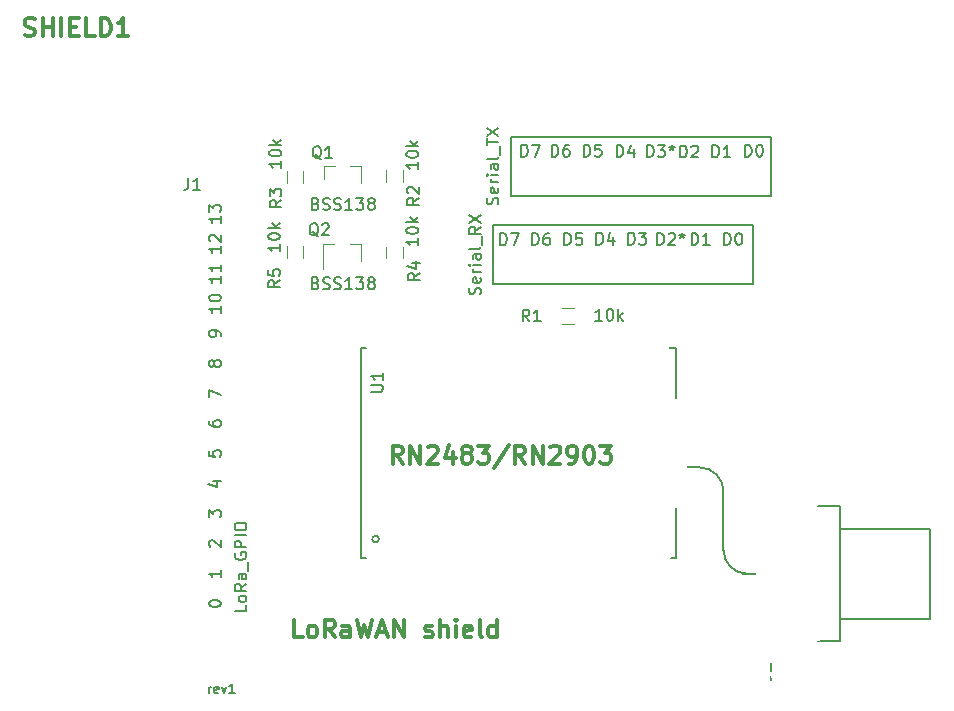
<source format=gto>
%TF.GenerationSoftware,KiCad,Pcbnew,4.0.6-e0-6349~53~ubuntu16.04.1*%
%TF.CreationDate,2017-06-06T11:27:21+01:00*%
%TF.ProjectId,RN2483shield,524E32343833736869656C642E6B6963,rev?*%
%TF.FileFunction,Legend,Top*%
%FSLAX46Y46*%
G04 Gerber Fmt 4.6, Leading zero omitted, Abs format (unit mm)*
G04 Created by KiCad (PCBNEW 4.0.6-e0-6349~53~ubuntu16.04.1) date Tue Jun  6 11:27:21 2017*
%MOMM*%
%LPD*%
G01*
G04 APERTURE LIST*
%ADD10C,0.100000*%
%ADD11C,0.150000*%
%ADD12C,0.300000*%
%ADD13C,0.200000*%
%ADD14C,0.120000*%
%ADD15C,0.304800*%
%ADD16R,1.416000X1.924000*%
%ADD17R,1.924000X1.416000*%
%ADD18R,2.400000X1.400000*%
%ADD19R,2.150000X2.050000*%
%ADD20C,2.150000*%
%ADD21R,1.200000X1.300000*%
%ADD22R,1.600000X1.300000*%
%ADD23R,1.300000X1.600000*%
%ADD24O,1.924000X2.940000*%
%ADD25C,3.575000*%
%ADD26C,1.400000*%
%ADD27R,5.480000X2.686000*%
%ADD28C,1.924000*%
G04 APERTURE END LIST*
D10*
D11*
X165423986Y-104108205D02*
X165423986Y-103574871D01*
X165423986Y-103727252D02*
X165462081Y-103651062D01*
X165500177Y-103612967D01*
X165576367Y-103574871D01*
X165652558Y-103574871D01*
X166223986Y-104070110D02*
X166147796Y-104108205D01*
X165995415Y-104108205D01*
X165919224Y-104070110D01*
X165881129Y-103993919D01*
X165881129Y-103689157D01*
X165919224Y-103612967D01*
X165995415Y-103574871D01*
X166147796Y-103574871D01*
X166223986Y-103612967D01*
X166262081Y-103689157D01*
X166262081Y-103765348D01*
X165881129Y-103841538D01*
X166528748Y-103574871D02*
X166719224Y-104108205D01*
X166909700Y-103574871D01*
X167633510Y-104108205D02*
X167176367Y-104108205D01*
X167404938Y-104108205D02*
X167404938Y-103308205D01*
X167328748Y-103422490D01*
X167252557Y-103498681D01*
X167176367Y-103536776D01*
D12*
X173371857Y-99382971D02*
X172657571Y-99382971D01*
X172657571Y-97882971D01*
X174086143Y-99382971D02*
X173943285Y-99311543D01*
X173871857Y-99240114D01*
X173800428Y-99097257D01*
X173800428Y-98668686D01*
X173871857Y-98525829D01*
X173943285Y-98454400D01*
X174086143Y-98382971D01*
X174300428Y-98382971D01*
X174443285Y-98454400D01*
X174514714Y-98525829D01*
X174586143Y-98668686D01*
X174586143Y-99097257D01*
X174514714Y-99240114D01*
X174443285Y-99311543D01*
X174300428Y-99382971D01*
X174086143Y-99382971D01*
X176086143Y-99382971D02*
X175586143Y-98668686D01*
X175229000Y-99382971D02*
X175229000Y-97882971D01*
X175800428Y-97882971D01*
X175943286Y-97954400D01*
X176014714Y-98025829D01*
X176086143Y-98168686D01*
X176086143Y-98382971D01*
X176014714Y-98525829D01*
X175943286Y-98597257D01*
X175800428Y-98668686D01*
X175229000Y-98668686D01*
X177371857Y-99382971D02*
X177371857Y-98597257D01*
X177300428Y-98454400D01*
X177157571Y-98382971D01*
X176871857Y-98382971D01*
X176729000Y-98454400D01*
X177371857Y-99311543D02*
X177229000Y-99382971D01*
X176871857Y-99382971D01*
X176729000Y-99311543D01*
X176657571Y-99168686D01*
X176657571Y-99025829D01*
X176729000Y-98882971D01*
X176871857Y-98811543D01*
X177229000Y-98811543D01*
X177371857Y-98740114D01*
X177943286Y-97882971D02*
X178300429Y-99382971D01*
X178586143Y-98311543D01*
X178871857Y-99382971D01*
X179229000Y-97882971D01*
X179729000Y-98954400D02*
X180443286Y-98954400D01*
X179586143Y-99382971D02*
X180086143Y-97882971D01*
X180586143Y-99382971D01*
X181086143Y-99382971D02*
X181086143Y-97882971D01*
X181943286Y-99382971D01*
X181943286Y-97882971D01*
X183729000Y-99311543D02*
X183871857Y-99382971D01*
X184157572Y-99382971D01*
X184300429Y-99311543D01*
X184371857Y-99168686D01*
X184371857Y-99097257D01*
X184300429Y-98954400D01*
X184157572Y-98882971D01*
X183943286Y-98882971D01*
X183800429Y-98811543D01*
X183729000Y-98668686D01*
X183729000Y-98597257D01*
X183800429Y-98454400D01*
X183943286Y-98382971D01*
X184157572Y-98382971D01*
X184300429Y-98454400D01*
X185014715Y-99382971D02*
X185014715Y-97882971D01*
X185657572Y-99382971D02*
X185657572Y-98597257D01*
X185586143Y-98454400D01*
X185443286Y-98382971D01*
X185229001Y-98382971D01*
X185086143Y-98454400D01*
X185014715Y-98525829D01*
X186371858Y-99382971D02*
X186371858Y-98382971D01*
X186371858Y-97882971D02*
X186300429Y-97954400D01*
X186371858Y-98025829D01*
X186443286Y-97954400D01*
X186371858Y-97882971D01*
X186371858Y-98025829D01*
X187657572Y-99311543D02*
X187514715Y-99382971D01*
X187229001Y-99382971D01*
X187086144Y-99311543D01*
X187014715Y-99168686D01*
X187014715Y-98597257D01*
X187086144Y-98454400D01*
X187229001Y-98382971D01*
X187514715Y-98382971D01*
X187657572Y-98454400D01*
X187729001Y-98597257D01*
X187729001Y-98740114D01*
X187014715Y-98882971D01*
X188586144Y-99382971D02*
X188443286Y-99311543D01*
X188371858Y-99168686D01*
X188371858Y-97882971D01*
X189800429Y-99382971D02*
X189800429Y-97882971D01*
X189800429Y-99311543D02*
X189657572Y-99382971D01*
X189371858Y-99382971D01*
X189229000Y-99311543D01*
X189157572Y-99240114D01*
X189086143Y-99097257D01*
X189086143Y-98668686D01*
X189157572Y-98525829D01*
X189229000Y-98454400D01*
X189371858Y-98382971D01*
X189657572Y-98382971D01*
X189800429Y-98454400D01*
X181838059Y-84663671D02*
X181338059Y-83949386D01*
X180980916Y-84663671D02*
X180980916Y-83163671D01*
X181552344Y-83163671D01*
X181695202Y-83235100D01*
X181766630Y-83306529D01*
X181838059Y-83449386D01*
X181838059Y-83663671D01*
X181766630Y-83806529D01*
X181695202Y-83877957D01*
X181552344Y-83949386D01*
X180980916Y-83949386D01*
X182480916Y-84663671D02*
X182480916Y-83163671D01*
X183338059Y-84663671D01*
X183338059Y-83163671D01*
X183980916Y-83306529D02*
X184052345Y-83235100D01*
X184195202Y-83163671D01*
X184552345Y-83163671D01*
X184695202Y-83235100D01*
X184766631Y-83306529D01*
X184838059Y-83449386D01*
X184838059Y-83592243D01*
X184766631Y-83806529D01*
X183909488Y-84663671D01*
X184838059Y-84663671D01*
X186123773Y-83663671D02*
X186123773Y-84663671D01*
X185766630Y-83092243D02*
X185409487Y-84163671D01*
X186338059Y-84163671D01*
X187123773Y-83806529D02*
X186980915Y-83735100D01*
X186909487Y-83663671D01*
X186838058Y-83520814D01*
X186838058Y-83449386D01*
X186909487Y-83306529D01*
X186980915Y-83235100D01*
X187123773Y-83163671D01*
X187409487Y-83163671D01*
X187552344Y-83235100D01*
X187623773Y-83306529D01*
X187695201Y-83449386D01*
X187695201Y-83520814D01*
X187623773Y-83663671D01*
X187552344Y-83735100D01*
X187409487Y-83806529D01*
X187123773Y-83806529D01*
X186980915Y-83877957D01*
X186909487Y-83949386D01*
X186838058Y-84092243D01*
X186838058Y-84377957D01*
X186909487Y-84520814D01*
X186980915Y-84592243D01*
X187123773Y-84663671D01*
X187409487Y-84663671D01*
X187552344Y-84592243D01*
X187623773Y-84520814D01*
X187695201Y-84377957D01*
X187695201Y-84092243D01*
X187623773Y-83949386D01*
X187552344Y-83877957D01*
X187409487Y-83806529D01*
X188195201Y-83163671D02*
X189123772Y-83163671D01*
X188623772Y-83735100D01*
X188838058Y-83735100D01*
X188980915Y-83806529D01*
X189052344Y-83877957D01*
X189123772Y-84020814D01*
X189123772Y-84377957D01*
X189052344Y-84520814D01*
X188980915Y-84592243D01*
X188838058Y-84663671D01*
X188409486Y-84663671D01*
X188266629Y-84592243D01*
X188195201Y-84520814D01*
X190838057Y-83092243D02*
X189552343Y-85020814D01*
X192195201Y-84663671D02*
X191695201Y-83949386D01*
X191338058Y-84663671D02*
X191338058Y-83163671D01*
X191909486Y-83163671D01*
X192052344Y-83235100D01*
X192123772Y-83306529D01*
X192195201Y-83449386D01*
X192195201Y-83663671D01*
X192123772Y-83806529D01*
X192052344Y-83877957D01*
X191909486Y-83949386D01*
X191338058Y-83949386D01*
X192838058Y-84663671D02*
X192838058Y-83163671D01*
X193695201Y-84663671D01*
X193695201Y-83163671D01*
X194338058Y-83306529D02*
X194409487Y-83235100D01*
X194552344Y-83163671D01*
X194909487Y-83163671D01*
X195052344Y-83235100D01*
X195123773Y-83306529D01*
X195195201Y-83449386D01*
X195195201Y-83592243D01*
X195123773Y-83806529D01*
X194266630Y-84663671D01*
X195195201Y-84663671D01*
X195909486Y-84663671D02*
X196195201Y-84663671D01*
X196338058Y-84592243D01*
X196409486Y-84520814D01*
X196552344Y-84306529D01*
X196623772Y-84020814D01*
X196623772Y-83449386D01*
X196552344Y-83306529D01*
X196480915Y-83235100D01*
X196338058Y-83163671D01*
X196052344Y-83163671D01*
X195909486Y-83235100D01*
X195838058Y-83306529D01*
X195766629Y-83449386D01*
X195766629Y-83806529D01*
X195838058Y-83949386D01*
X195909486Y-84020814D01*
X196052344Y-84092243D01*
X196338058Y-84092243D01*
X196480915Y-84020814D01*
X196552344Y-83949386D01*
X196623772Y-83806529D01*
X197552343Y-83163671D02*
X197695200Y-83163671D01*
X197838057Y-83235100D01*
X197909486Y-83306529D01*
X197980915Y-83449386D01*
X198052343Y-83735100D01*
X198052343Y-84092243D01*
X197980915Y-84377957D01*
X197909486Y-84520814D01*
X197838057Y-84592243D01*
X197695200Y-84663671D01*
X197552343Y-84663671D01*
X197409486Y-84592243D01*
X197338057Y-84520814D01*
X197266629Y-84377957D01*
X197195200Y-84092243D01*
X197195200Y-83735100D01*
X197266629Y-83449386D01*
X197338057Y-83306529D01*
X197409486Y-83235100D01*
X197552343Y-83163671D01*
X198552343Y-83163671D02*
X199480914Y-83163671D01*
X198980914Y-83735100D01*
X199195200Y-83735100D01*
X199338057Y-83806529D01*
X199409486Y-83877957D01*
X199480914Y-84020814D01*
X199480914Y-84377957D01*
X199409486Y-84520814D01*
X199338057Y-84592243D01*
X199195200Y-84663671D01*
X198766628Y-84663671D01*
X198623771Y-84592243D01*
X198552343Y-84520814D01*
D13*
X211500000Y-64500000D02*
X189500000Y-64500000D01*
X211500000Y-69500000D02*
X211500000Y-64500000D01*
X189500000Y-69500000D02*
X211500000Y-69500000D01*
X189500000Y-64500000D02*
X189500000Y-69500000D01*
X213000000Y-57000000D02*
X191000000Y-57000000D01*
X213000000Y-62000000D02*
X213000000Y-57000000D01*
X191000000Y-62000000D02*
X213000000Y-62000000D01*
X191000000Y-57000000D02*
X191000000Y-62000000D01*
X189904762Y-62714286D02*
X189952381Y-62571429D01*
X189952381Y-62333333D01*
X189904762Y-62238095D01*
X189857143Y-62190476D01*
X189761905Y-62142857D01*
X189666667Y-62142857D01*
X189571429Y-62190476D01*
X189523810Y-62238095D01*
X189476190Y-62333333D01*
X189428571Y-62523810D01*
X189380952Y-62619048D01*
X189333333Y-62666667D01*
X189238095Y-62714286D01*
X189142857Y-62714286D01*
X189047619Y-62666667D01*
X189000000Y-62619048D01*
X188952381Y-62523810D01*
X188952381Y-62285714D01*
X189000000Y-62142857D01*
X189904762Y-61333333D02*
X189952381Y-61428571D01*
X189952381Y-61619048D01*
X189904762Y-61714286D01*
X189809524Y-61761905D01*
X189428571Y-61761905D01*
X189333333Y-61714286D01*
X189285714Y-61619048D01*
X189285714Y-61428571D01*
X189333333Y-61333333D01*
X189428571Y-61285714D01*
X189523810Y-61285714D01*
X189619048Y-61761905D01*
X189952381Y-60857143D02*
X189285714Y-60857143D01*
X189476190Y-60857143D02*
X189380952Y-60809524D01*
X189333333Y-60761905D01*
X189285714Y-60666667D01*
X189285714Y-60571428D01*
X189952381Y-60238095D02*
X189285714Y-60238095D01*
X188952381Y-60238095D02*
X189000000Y-60285714D01*
X189047619Y-60238095D01*
X189000000Y-60190476D01*
X188952381Y-60238095D01*
X189047619Y-60238095D01*
X189952381Y-59333333D02*
X189428571Y-59333333D01*
X189333333Y-59380952D01*
X189285714Y-59476190D01*
X189285714Y-59666667D01*
X189333333Y-59761905D01*
X189904762Y-59333333D02*
X189952381Y-59428571D01*
X189952381Y-59666667D01*
X189904762Y-59761905D01*
X189809524Y-59809524D01*
X189714286Y-59809524D01*
X189619048Y-59761905D01*
X189571429Y-59666667D01*
X189571429Y-59428571D01*
X189523810Y-59333333D01*
X189952381Y-58714286D02*
X189904762Y-58809524D01*
X189809524Y-58857143D01*
X188952381Y-58857143D01*
X190047619Y-58571428D02*
X190047619Y-57809523D01*
X188952381Y-57714285D02*
X188952381Y-57142856D01*
X189952381Y-57428571D02*
X188952381Y-57428571D01*
X188952381Y-56904761D02*
X189952381Y-56238094D01*
X188952381Y-56238094D02*
X189952381Y-56904761D01*
X188404762Y-70333334D02*
X188452381Y-70190477D01*
X188452381Y-69952381D01*
X188404762Y-69857143D01*
X188357143Y-69809524D01*
X188261905Y-69761905D01*
X188166667Y-69761905D01*
X188071429Y-69809524D01*
X188023810Y-69857143D01*
X187976190Y-69952381D01*
X187928571Y-70142858D01*
X187880952Y-70238096D01*
X187833333Y-70285715D01*
X187738095Y-70333334D01*
X187642857Y-70333334D01*
X187547619Y-70285715D01*
X187500000Y-70238096D01*
X187452381Y-70142858D01*
X187452381Y-69904762D01*
X187500000Y-69761905D01*
X188404762Y-68952381D02*
X188452381Y-69047619D01*
X188452381Y-69238096D01*
X188404762Y-69333334D01*
X188309524Y-69380953D01*
X187928571Y-69380953D01*
X187833333Y-69333334D01*
X187785714Y-69238096D01*
X187785714Y-69047619D01*
X187833333Y-68952381D01*
X187928571Y-68904762D01*
X188023810Y-68904762D01*
X188119048Y-69380953D01*
X188452381Y-68476191D02*
X187785714Y-68476191D01*
X187976190Y-68476191D02*
X187880952Y-68428572D01*
X187833333Y-68380953D01*
X187785714Y-68285715D01*
X187785714Y-68190476D01*
X188452381Y-67857143D02*
X187785714Y-67857143D01*
X187452381Y-67857143D02*
X187500000Y-67904762D01*
X187547619Y-67857143D01*
X187500000Y-67809524D01*
X187452381Y-67857143D01*
X187547619Y-67857143D01*
X188452381Y-66952381D02*
X187928571Y-66952381D01*
X187833333Y-67000000D01*
X187785714Y-67095238D01*
X187785714Y-67285715D01*
X187833333Y-67380953D01*
X188404762Y-66952381D02*
X188452381Y-67047619D01*
X188452381Y-67285715D01*
X188404762Y-67380953D01*
X188309524Y-67428572D01*
X188214286Y-67428572D01*
X188119048Y-67380953D01*
X188071429Y-67285715D01*
X188071429Y-67047619D01*
X188023810Y-66952381D01*
X188452381Y-66333334D02*
X188404762Y-66428572D01*
X188309524Y-66476191D01*
X187452381Y-66476191D01*
X188547619Y-66190476D02*
X188547619Y-65428571D01*
X188452381Y-64619047D02*
X187976190Y-64952381D01*
X188452381Y-65190476D02*
X187452381Y-65190476D01*
X187452381Y-64809523D01*
X187500000Y-64714285D01*
X187547619Y-64666666D01*
X187642857Y-64619047D01*
X187785714Y-64619047D01*
X187880952Y-64666666D01*
X187928571Y-64714285D01*
X187976190Y-64809523D01*
X187976190Y-65190476D01*
X187452381Y-64285714D02*
X188452381Y-63619047D01*
X187452381Y-63619047D02*
X188452381Y-64285714D01*
X207000000Y-85000000D02*
X205000000Y-85000000D01*
X209000000Y-87000000D02*
G75*
G03X207000000Y-85000000I-2000000J0D01*
G01*
X209000000Y-92000000D02*
G75*
G03X211000000Y-94000000I2000000J0D01*
G01*
X209000000Y-87000000D02*
X209000000Y-92000000D01*
D11*
X179833981Y-91064400D02*
G75*
G03X179833981Y-91064400I-283981J0D01*
G01*
X178280000Y-74910000D02*
X178711800Y-74910000D01*
X178280000Y-92690000D02*
X178711800Y-92690000D01*
X204950000Y-92690000D02*
X204518200Y-92690000D01*
X204950000Y-88880000D02*
X204950000Y-88448200D01*
X204950000Y-74910000D02*
X204391200Y-74910000D01*
X204950000Y-78720000D02*
X204950000Y-79151800D01*
X204950000Y-88880000D02*
X204950000Y-92690000D01*
X204950000Y-74910000D02*
X204950000Y-78720000D01*
X178280000Y-74910000D02*
X178280000Y-92690000D01*
D14*
X178330000Y-59465000D02*
X177400000Y-59465000D01*
X175170000Y-59465000D02*
X176100000Y-59465000D01*
X175170000Y-59465000D02*
X175170000Y-61625000D01*
X178330000Y-59465000D02*
X178330000Y-60925000D01*
X178280000Y-66040000D02*
X177350000Y-66040000D01*
X175120000Y-66040000D02*
X176050000Y-66040000D01*
X175120000Y-66040000D02*
X175120000Y-68200000D01*
X178280000Y-66040000D02*
X178280000Y-67500000D01*
X195334000Y-71456000D02*
X196334000Y-71456000D01*
X196334000Y-72816000D02*
X195334000Y-72816000D01*
X181830000Y-59825000D02*
X181830000Y-60825000D01*
X180470000Y-60825000D02*
X180470000Y-59825000D01*
X173430000Y-59925000D02*
X173430000Y-60925000D01*
X172070000Y-60925000D02*
X172070000Y-59925000D01*
X181830000Y-66300000D02*
X181830000Y-67300000D01*
X180470000Y-67300000D02*
X180470000Y-66300000D01*
X173405000Y-66250000D02*
X173405000Y-67250000D01*
X172045000Y-67250000D02*
X172045000Y-66250000D01*
D11*
X211920000Y-94000000D02*
X210650000Y-94000000D01*
X218905000Y-90190000D02*
X226525000Y-90190000D01*
X226525000Y-90190000D02*
X226525000Y-97810000D01*
X226525000Y-97810000D02*
X218905000Y-97810000D01*
X217000000Y-88285000D02*
X218905000Y-88285000D01*
X218905000Y-88285000D02*
X218905000Y-99715000D01*
X218905000Y-99715000D02*
X217000000Y-99715000D01*
X179180181Y-78567505D02*
X179989705Y-78567505D01*
X180084943Y-78519886D01*
X180132562Y-78472267D01*
X180180181Y-78377029D01*
X180180181Y-78186552D01*
X180132562Y-78091314D01*
X180084943Y-78043695D01*
X179989705Y-77996076D01*
X179180181Y-77996076D01*
X180180181Y-76996076D02*
X180180181Y-77567505D01*
X180180181Y-77281791D02*
X179180181Y-77281791D01*
X179323038Y-77377029D01*
X179418276Y-77472267D01*
X179465895Y-77567505D01*
X210811905Y-58677381D02*
X210811905Y-57677381D01*
X211050000Y-57677381D01*
X211192858Y-57725000D01*
X211288096Y-57820238D01*
X211335715Y-57915476D01*
X211383334Y-58105952D01*
X211383334Y-58248810D01*
X211335715Y-58439286D01*
X211288096Y-58534524D01*
X211192858Y-58629762D01*
X211050000Y-58677381D01*
X210811905Y-58677381D01*
X212002381Y-57677381D02*
X212097620Y-57677381D01*
X212192858Y-57725000D01*
X212240477Y-57772619D01*
X212288096Y-57867857D01*
X212335715Y-58058333D01*
X212335715Y-58296429D01*
X212288096Y-58486905D01*
X212240477Y-58582143D01*
X212192858Y-58629762D01*
X212097620Y-58677381D01*
X212002381Y-58677381D01*
X211907143Y-58629762D01*
X211859524Y-58582143D01*
X211811905Y-58486905D01*
X211764286Y-58296429D01*
X211764286Y-58058333D01*
X211811905Y-57867857D01*
X211859524Y-57772619D01*
X211907143Y-57725000D01*
X212002381Y-57677381D01*
X163687167Y-60501281D02*
X163687167Y-61215567D01*
X163639547Y-61358424D01*
X163544309Y-61453662D01*
X163401452Y-61501281D01*
X163306214Y-61501281D01*
X164687167Y-61501281D02*
X164115738Y-61501281D01*
X164401452Y-61501281D02*
X164401452Y-60501281D01*
X164306214Y-60644138D01*
X164210976Y-60739376D01*
X164115738Y-60786995D01*
X168613081Y-96659295D02*
X168613081Y-97135486D01*
X167613081Y-97135486D01*
X168613081Y-96183105D02*
X168565462Y-96278343D01*
X168517843Y-96325962D01*
X168422605Y-96373581D01*
X168136890Y-96373581D01*
X168041652Y-96325962D01*
X167994033Y-96278343D01*
X167946414Y-96183105D01*
X167946414Y-96040247D01*
X167994033Y-95945009D01*
X168041652Y-95897390D01*
X168136890Y-95849771D01*
X168422605Y-95849771D01*
X168517843Y-95897390D01*
X168565462Y-95945009D01*
X168613081Y-96040247D01*
X168613081Y-96183105D01*
X168613081Y-94849771D02*
X168136890Y-95183105D01*
X168613081Y-95421200D02*
X167613081Y-95421200D01*
X167613081Y-95040247D01*
X167660700Y-94945009D01*
X167708319Y-94897390D01*
X167803557Y-94849771D01*
X167946414Y-94849771D01*
X168041652Y-94897390D01*
X168089271Y-94945009D01*
X168136890Y-95040247D01*
X168136890Y-95421200D01*
X168613081Y-93992628D02*
X168089271Y-93992628D01*
X167994033Y-94040247D01*
X167946414Y-94135485D01*
X167946414Y-94325962D01*
X167994033Y-94421200D01*
X168565462Y-93992628D02*
X168613081Y-94087866D01*
X168613081Y-94325962D01*
X168565462Y-94421200D01*
X168470224Y-94468819D01*
X168374986Y-94468819D01*
X168279748Y-94421200D01*
X168232129Y-94325962D01*
X168232129Y-94087866D01*
X168184510Y-93992628D01*
X168708319Y-93754533D02*
X168708319Y-92992628D01*
X167660700Y-92230723D02*
X167613081Y-92325961D01*
X167613081Y-92468818D01*
X167660700Y-92611676D01*
X167755938Y-92706914D01*
X167851176Y-92754533D01*
X168041652Y-92802152D01*
X168184510Y-92802152D01*
X168374986Y-92754533D01*
X168470224Y-92706914D01*
X168565462Y-92611676D01*
X168613081Y-92468818D01*
X168613081Y-92373580D01*
X168565462Y-92230723D01*
X168517843Y-92183104D01*
X168184510Y-92183104D01*
X168184510Y-92373580D01*
X168613081Y-91754533D02*
X167613081Y-91754533D01*
X167613081Y-91373580D01*
X167660700Y-91278342D01*
X167708319Y-91230723D01*
X167803557Y-91183104D01*
X167946414Y-91183104D01*
X168041652Y-91230723D01*
X168089271Y-91278342D01*
X168136890Y-91373580D01*
X168136890Y-91754533D01*
X168613081Y-90754533D02*
X167613081Y-90754533D01*
X167613081Y-90087867D02*
X167613081Y-89897390D01*
X167660700Y-89802152D01*
X167755938Y-89706914D01*
X167946414Y-89659295D01*
X168279748Y-89659295D01*
X168470224Y-89706914D01*
X168565462Y-89802152D01*
X168613081Y-89897390D01*
X168613081Y-90087867D01*
X168565462Y-90183105D01*
X168470224Y-90278343D01*
X168279748Y-90325962D01*
X167946414Y-90325962D01*
X167755938Y-90278343D01*
X167660700Y-90183105D01*
X167613081Y-90087867D01*
X166441381Y-63690476D02*
X166441381Y-64261905D01*
X166441381Y-63976191D02*
X165441381Y-63976191D01*
X165584238Y-64071429D01*
X165679476Y-64166667D01*
X165727095Y-64261905D01*
X165441381Y-63357143D02*
X165441381Y-62738095D01*
X165822333Y-63071429D01*
X165822333Y-62928571D01*
X165869952Y-62833333D01*
X165917571Y-62785714D01*
X166012810Y-62738095D01*
X166250905Y-62738095D01*
X166346143Y-62785714D01*
X166393762Y-62833333D01*
X166441381Y-62928571D01*
X166441381Y-63214286D01*
X166393762Y-63309524D01*
X166346143Y-63357143D01*
X166441381Y-66230476D02*
X166441381Y-66801905D01*
X166441381Y-66516191D02*
X165441381Y-66516191D01*
X165584238Y-66611429D01*
X165679476Y-66706667D01*
X165727095Y-66801905D01*
X165536619Y-65849524D02*
X165489000Y-65801905D01*
X165441381Y-65706667D01*
X165441381Y-65468571D01*
X165489000Y-65373333D01*
X165536619Y-65325714D01*
X165631857Y-65278095D01*
X165727095Y-65278095D01*
X165869952Y-65325714D01*
X166441381Y-65897143D01*
X166441381Y-65278095D01*
X166441381Y-68770476D02*
X166441381Y-69341905D01*
X166441381Y-69056191D02*
X165441381Y-69056191D01*
X165584238Y-69151429D01*
X165679476Y-69246667D01*
X165727095Y-69341905D01*
X166441381Y-67818095D02*
X166441381Y-68389524D01*
X166441381Y-68103810D02*
X165441381Y-68103810D01*
X165584238Y-68199048D01*
X165679476Y-68294286D01*
X165727095Y-68389524D01*
X166441381Y-71310476D02*
X166441381Y-71881905D01*
X166441381Y-71596191D02*
X165441381Y-71596191D01*
X165584238Y-71691429D01*
X165679476Y-71786667D01*
X165727095Y-71881905D01*
X165441381Y-70691429D02*
X165441381Y-70596190D01*
X165489000Y-70500952D01*
X165536619Y-70453333D01*
X165631857Y-70405714D01*
X165822333Y-70358095D01*
X166060429Y-70358095D01*
X166250905Y-70405714D01*
X166346143Y-70453333D01*
X166393762Y-70500952D01*
X166441381Y-70596190D01*
X166441381Y-70691429D01*
X166393762Y-70786667D01*
X166346143Y-70834286D01*
X166250905Y-70881905D01*
X166060429Y-70929524D01*
X165822333Y-70929524D01*
X165631857Y-70881905D01*
X165536619Y-70834286D01*
X165489000Y-70786667D01*
X165441381Y-70691429D01*
X166441381Y-73850476D02*
X166441381Y-73660000D01*
X166393762Y-73564761D01*
X166346143Y-73517142D01*
X166203286Y-73421904D01*
X166012810Y-73374285D01*
X165631857Y-73374285D01*
X165536619Y-73421904D01*
X165489000Y-73469523D01*
X165441381Y-73564761D01*
X165441381Y-73755238D01*
X165489000Y-73850476D01*
X165536619Y-73898095D01*
X165631857Y-73945714D01*
X165869952Y-73945714D01*
X165965190Y-73898095D01*
X166012810Y-73850476D01*
X166060429Y-73755238D01*
X166060429Y-73564761D01*
X166012810Y-73469523D01*
X165965190Y-73421904D01*
X165869952Y-73374285D01*
X165869952Y-76295238D02*
X165822333Y-76390476D01*
X165774714Y-76438095D01*
X165679476Y-76485714D01*
X165631857Y-76485714D01*
X165536619Y-76438095D01*
X165489000Y-76390476D01*
X165441381Y-76295238D01*
X165441381Y-76104761D01*
X165489000Y-76009523D01*
X165536619Y-75961904D01*
X165631857Y-75914285D01*
X165679476Y-75914285D01*
X165774714Y-75961904D01*
X165822333Y-76009523D01*
X165869952Y-76104761D01*
X165869952Y-76295238D01*
X165917571Y-76390476D01*
X165965190Y-76438095D01*
X166060429Y-76485714D01*
X166250905Y-76485714D01*
X166346143Y-76438095D01*
X166393762Y-76390476D01*
X166441381Y-76295238D01*
X166441381Y-76104761D01*
X166393762Y-76009523D01*
X166346143Y-75961904D01*
X166250905Y-75914285D01*
X166060429Y-75914285D01*
X165965190Y-75961904D01*
X165917571Y-76009523D01*
X165869952Y-76104761D01*
X165441381Y-79073333D02*
X165441381Y-78406666D01*
X166441381Y-78835238D01*
X165441381Y-81089523D02*
X165441381Y-81280000D01*
X165489000Y-81375238D01*
X165536619Y-81422857D01*
X165679476Y-81518095D01*
X165869952Y-81565714D01*
X166250905Y-81565714D01*
X166346143Y-81518095D01*
X166393762Y-81470476D01*
X166441381Y-81375238D01*
X166441381Y-81184761D01*
X166393762Y-81089523D01*
X166346143Y-81041904D01*
X166250905Y-80994285D01*
X166012810Y-80994285D01*
X165917571Y-81041904D01*
X165869952Y-81089523D01*
X165822333Y-81184761D01*
X165822333Y-81375238D01*
X165869952Y-81470476D01*
X165917571Y-81518095D01*
X166012810Y-81565714D01*
X165441381Y-83581904D02*
X165441381Y-84058095D01*
X165917571Y-84105714D01*
X165869952Y-84058095D01*
X165822333Y-83962857D01*
X165822333Y-83724761D01*
X165869952Y-83629523D01*
X165917571Y-83581904D01*
X166012810Y-83534285D01*
X166250905Y-83534285D01*
X166346143Y-83581904D01*
X166393762Y-83629523D01*
X166441381Y-83724761D01*
X166441381Y-83962857D01*
X166393762Y-84058095D01*
X166346143Y-84105714D01*
X165774714Y-86169523D02*
X166441381Y-86169523D01*
X165393762Y-86407619D02*
X166108048Y-86645714D01*
X166108048Y-86026666D01*
X165441381Y-89233333D02*
X165441381Y-88614285D01*
X165822333Y-88947619D01*
X165822333Y-88804761D01*
X165869952Y-88709523D01*
X165917571Y-88661904D01*
X166012810Y-88614285D01*
X166250905Y-88614285D01*
X166346143Y-88661904D01*
X166393762Y-88709523D01*
X166441381Y-88804761D01*
X166441381Y-89090476D01*
X166393762Y-89185714D01*
X166346143Y-89233333D01*
X165536619Y-91725714D02*
X165489000Y-91678095D01*
X165441381Y-91582857D01*
X165441381Y-91344761D01*
X165489000Y-91249523D01*
X165536619Y-91201904D01*
X165631857Y-91154285D01*
X165727095Y-91154285D01*
X165869952Y-91201904D01*
X166441381Y-91773333D01*
X166441381Y-91154285D01*
X166441381Y-93694285D02*
X166441381Y-94265714D01*
X166441381Y-93980000D02*
X165441381Y-93980000D01*
X165584238Y-94075238D01*
X165679476Y-94170476D01*
X165727095Y-94265714D01*
X165441381Y-96567619D02*
X165441381Y-96472380D01*
X165489000Y-96377142D01*
X165536619Y-96329523D01*
X165631857Y-96281904D01*
X165822333Y-96234285D01*
X166060429Y-96234285D01*
X166250905Y-96281904D01*
X166346143Y-96329523D01*
X166393762Y-96377142D01*
X166441381Y-96472380D01*
X166441381Y-96567619D01*
X166393762Y-96662857D01*
X166346143Y-96710476D01*
X166250905Y-96758095D01*
X166060429Y-96805714D01*
X165822333Y-96805714D01*
X165631857Y-96758095D01*
X165536619Y-96710476D01*
X165489000Y-96662857D01*
X165441381Y-96567619D01*
X191861905Y-58677381D02*
X191861905Y-57677381D01*
X192100000Y-57677381D01*
X192242858Y-57725000D01*
X192338096Y-57820238D01*
X192385715Y-57915476D01*
X192433334Y-58105952D01*
X192433334Y-58248810D01*
X192385715Y-58439286D01*
X192338096Y-58534524D01*
X192242858Y-58629762D01*
X192100000Y-58677381D01*
X191861905Y-58677381D01*
X192766667Y-57677381D02*
X193433334Y-57677381D01*
X193004762Y-58677381D01*
X194461905Y-58677381D02*
X194461905Y-57677381D01*
X194700000Y-57677381D01*
X194842858Y-57725000D01*
X194938096Y-57820238D01*
X194985715Y-57915476D01*
X195033334Y-58105952D01*
X195033334Y-58248810D01*
X194985715Y-58439286D01*
X194938096Y-58534524D01*
X194842858Y-58629762D01*
X194700000Y-58677381D01*
X194461905Y-58677381D01*
X195890477Y-57677381D02*
X195700000Y-57677381D01*
X195604762Y-57725000D01*
X195557143Y-57772619D01*
X195461905Y-57915476D01*
X195414286Y-58105952D01*
X195414286Y-58486905D01*
X195461905Y-58582143D01*
X195509524Y-58629762D01*
X195604762Y-58677381D01*
X195795239Y-58677381D01*
X195890477Y-58629762D01*
X195938096Y-58582143D01*
X195985715Y-58486905D01*
X195985715Y-58248810D01*
X195938096Y-58153571D01*
X195890477Y-58105952D01*
X195795239Y-58058333D01*
X195604762Y-58058333D01*
X195509524Y-58105952D01*
X195461905Y-58153571D01*
X195414286Y-58248810D01*
X197161905Y-58677381D02*
X197161905Y-57677381D01*
X197400000Y-57677381D01*
X197542858Y-57725000D01*
X197638096Y-57820238D01*
X197685715Y-57915476D01*
X197733334Y-58105952D01*
X197733334Y-58248810D01*
X197685715Y-58439286D01*
X197638096Y-58534524D01*
X197542858Y-58629762D01*
X197400000Y-58677381D01*
X197161905Y-58677381D01*
X198638096Y-57677381D02*
X198161905Y-57677381D01*
X198114286Y-58153571D01*
X198161905Y-58105952D01*
X198257143Y-58058333D01*
X198495239Y-58058333D01*
X198590477Y-58105952D01*
X198638096Y-58153571D01*
X198685715Y-58248810D01*
X198685715Y-58486905D01*
X198638096Y-58582143D01*
X198590477Y-58629762D01*
X198495239Y-58677381D01*
X198257143Y-58677381D01*
X198161905Y-58629762D01*
X198114286Y-58582143D01*
X199961905Y-58702381D02*
X199961905Y-57702381D01*
X200200000Y-57702381D01*
X200342858Y-57750000D01*
X200438096Y-57845238D01*
X200485715Y-57940476D01*
X200533334Y-58130952D01*
X200533334Y-58273810D01*
X200485715Y-58464286D01*
X200438096Y-58559524D01*
X200342858Y-58654762D01*
X200200000Y-58702381D01*
X199961905Y-58702381D01*
X201390477Y-58035714D02*
X201390477Y-58702381D01*
X201152381Y-57654762D02*
X200914286Y-58369048D01*
X201533334Y-58369048D01*
X202530952Y-58702381D02*
X202530952Y-57702381D01*
X202769047Y-57702381D01*
X202911905Y-57750000D01*
X203007143Y-57845238D01*
X203054762Y-57940476D01*
X203102381Y-58130952D01*
X203102381Y-58273810D01*
X203054762Y-58464286D01*
X203007143Y-58559524D01*
X202911905Y-58654762D01*
X202769047Y-58702381D01*
X202530952Y-58702381D01*
X203435714Y-57702381D02*
X204054762Y-57702381D01*
X203721428Y-58083333D01*
X203864286Y-58083333D01*
X203959524Y-58130952D01*
X204007143Y-58178571D01*
X204054762Y-58273810D01*
X204054762Y-58511905D01*
X204007143Y-58607143D01*
X203959524Y-58654762D01*
X203864286Y-58702381D01*
X203578571Y-58702381D01*
X203483333Y-58654762D01*
X203435714Y-58607143D01*
X204626190Y-57702381D02*
X204626190Y-57940476D01*
X204388095Y-57845238D02*
X204626190Y-57940476D01*
X204864286Y-57845238D01*
X204483333Y-58130952D02*
X204626190Y-57940476D01*
X204769048Y-58130952D01*
X205336905Y-58752381D02*
X205336905Y-57752381D01*
X205575000Y-57752381D01*
X205717858Y-57800000D01*
X205813096Y-57895238D01*
X205860715Y-57990476D01*
X205908334Y-58180952D01*
X205908334Y-58323810D01*
X205860715Y-58514286D01*
X205813096Y-58609524D01*
X205717858Y-58704762D01*
X205575000Y-58752381D01*
X205336905Y-58752381D01*
X206289286Y-57847619D02*
X206336905Y-57800000D01*
X206432143Y-57752381D01*
X206670239Y-57752381D01*
X206765477Y-57800000D01*
X206813096Y-57847619D01*
X206860715Y-57942857D01*
X206860715Y-58038095D01*
X206813096Y-58180952D01*
X206241667Y-58752381D01*
X206860715Y-58752381D01*
X208061905Y-58727381D02*
X208061905Y-57727381D01*
X208300000Y-57727381D01*
X208442858Y-57775000D01*
X208538096Y-57870238D01*
X208585715Y-57965476D01*
X208633334Y-58155952D01*
X208633334Y-58298810D01*
X208585715Y-58489286D01*
X208538096Y-58584524D01*
X208442858Y-58679762D01*
X208300000Y-58727381D01*
X208061905Y-58727381D01*
X209585715Y-58727381D02*
X209014286Y-58727381D01*
X209300000Y-58727381D02*
X209300000Y-57727381D01*
X209204762Y-57870238D01*
X209109524Y-57965476D01*
X209014286Y-58013095D01*
X190086905Y-66177381D02*
X190086905Y-65177381D01*
X190325000Y-65177381D01*
X190467858Y-65225000D01*
X190563096Y-65320238D01*
X190610715Y-65415476D01*
X190658334Y-65605952D01*
X190658334Y-65748810D01*
X190610715Y-65939286D01*
X190563096Y-66034524D01*
X190467858Y-66129762D01*
X190325000Y-66177381D01*
X190086905Y-66177381D01*
X190991667Y-65177381D02*
X191658334Y-65177381D01*
X191229762Y-66177381D01*
X192811905Y-66152381D02*
X192811905Y-65152381D01*
X193050000Y-65152381D01*
X193192858Y-65200000D01*
X193288096Y-65295238D01*
X193335715Y-65390476D01*
X193383334Y-65580952D01*
X193383334Y-65723810D01*
X193335715Y-65914286D01*
X193288096Y-66009524D01*
X193192858Y-66104762D01*
X193050000Y-66152381D01*
X192811905Y-66152381D01*
X194240477Y-65152381D02*
X194050000Y-65152381D01*
X193954762Y-65200000D01*
X193907143Y-65247619D01*
X193811905Y-65390476D01*
X193764286Y-65580952D01*
X193764286Y-65961905D01*
X193811905Y-66057143D01*
X193859524Y-66104762D01*
X193954762Y-66152381D01*
X194145239Y-66152381D01*
X194240477Y-66104762D01*
X194288096Y-66057143D01*
X194335715Y-65961905D01*
X194335715Y-65723810D01*
X194288096Y-65628571D01*
X194240477Y-65580952D01*
X194145239Y-65533333D01*
X193954762Y-65533333D01*
X193859524Y-65580952D01*
X193811905Y-65628571D01*
X193764286Y-65723810D01*
X195536905Y-66152381D02*
X195536905Y-65152381D01*
X195775000Y-65152381D01*
X195917858Y-65200000D01*
X196013096Y-65295238D01*
X196060715Y-65390476D01*
X196108334Y-65580952D01*
X196108334Y-65723810D01*
X196060715Y-65914286D01*
X196013096Y-66009524D01*
X195917858Y-66104762D01*
X195775000Y-66152381D01*
X195536905Y-66152381D01*
X197013096Y-65152381D02*
X196536905Y-65152381D01*
X196489286Y-65628571D01*
X196536905Y-65580952D01*
X196632143Y-65533333D01*
X196870239Y-65533333D01*
X196965477Y-65580952D01*
X197013096Y-65628571D01*
X197060715Y-65723810D01*
X197060715Y-65961905D01*
X197013096Y-66057143D01*
X196965477Y-66104762D01*
X196870239Y-66152381D01*
X196632143Y-66152381D01*
X196536905Y-66104762D01*
X196489286Y-66057143D01*
X198236905Y-66127381D02*
X198236905Y-65127381D01*
X198475000Y-65127381D01*
X198617858Y-65175000D01*
X198713096Y-65270238D01*
X198760715Y-65365476D01*
X198808334Y-65555952D01*
X198808334Y-65698810D01*
X198760715Y-65889286D01*
X198713096Y-65984524D01*
X198617858Y-66079762D01*
X198475000Y-66127381D01*
X198236905Y-66127381D01*
X199665477Y-65460714D02*
X199665477Y-66127381D01*
X199427381Y-65079762D02*
X199189286Y-65794048D01*
X199808334Y-65794048D01*
X200936905Y-66127381D02*
X200936905Y-65127381D01*
X201175000Y-65127381D01*
X201317858Y-65175000D01*
X201413096Y-65270238D01*
X201460715Y-65365476D01*
X201508334Y-65555952D01*
X201508334Y-65698810D01*
X201460715Y-65889286D01*
X201413096Y-65984524D01*
X201317858Y-66079762D01*
X201175000Y-66127381D01*
X200936905Y-66127381D01*
X201841667Y-65127381D02*
X202460715Y-65127381D01*
X202127381Y-65508333D01*
X202270239Y-65508333D01*
X202365477Y-65555952D01*
X202413096Y-65603571D01*
X202460715Y-65698810D01*
X202460715Y-65936905D01*
X202413096Y-66032143D01*
X202365477Y-66079762D01*
X202270239Y-66127381D01*
X201984524Y-66127381D01*
X201889286Y-66079762D01*
X201841667Y-66032143D01*
X203405952Y-66152381D02*
X203405952Y-65152381D01*
X203644047Y-65152381D01*
X203786905Y-65200000D01*
X203882143Y-65295238D01*
X203929762Y-65390476D01*
X203977381Y-65580952D01*
X203977381Y-65723810D01*
X203929762Y-65914286D01*
X203882143Y-66009524D01*
X203786905Y-66104762D01*
X203644047Y-66152381D01*
X203405952Y-66152381D01*
X204358333Y-65247619D02*
X204405952Y-65200000D01*
X204501190Y-65152381D01*
X204739286Y-65152381D01*
X204834524Y-65200000D01*
X204882143Y-65247619D01*
X204929762Y-65342857D01*
X204929762Y-65438095D01*
X204882143Y-65580952D01*
X204310714Y-66152381D01*
X204929762Y-66152381D01*
X205501190Y-65152381D02*
X205501190Y-65390476D01*
X205263095Y-65295238D02*
X205501190Y-65390476D01*
X205739286Y-65295238D01*
X205358333Y-65580952D02*
X205501190Y-65390476D01*
X205644048Y-65580952D01*
X206311905Y-66152381D02*
X206311905Y-65152381D01*
X206550000Y-65152381D01*
X206692858Y-65200000D01*
X206788096Y-65295238D01*
X206835715Y-65390476D01*
X206883334Y-65580952D01*
X206883334Y-65723810D01*
X206835715Y-65914286D01*
X206788096Y-66009524D01*
X206692858Y-66104762D01*
X206550000Y-66152381D01*
X206311905Y-66152381D01*
X207835715Y-66152381D02*
X207264286Y-66152381D01*
X207550000Y-66152381D02*
X207550000Y-65152381D01*
X207454762Y-65295238D01*
X207359524Y-65390476D01*
X207264286Y-65438095D01*
X209061905Y-66152381D02*
X209061905Y-65152381D01*
X209300000Y-65152381D01*
X209442858Y-65200000D01*
X209538096Y-65295238D01*
X209585715Y-65390476D01*
X209633334Y-65580952D01*
X209633334Y-65723810D01*
X209585715Y-65914286D01*
X209538096Y-66009524D01*
X209442858Y-66104762D01*
X209300000Y-66152381D01*
X209061905Y-66152381D01*
X210252381Y-65152381D02*
X210347620Y-65152381D01*
X210442858Y-65200000D01*
X210490477Y-65247619D01*
X210538096Y-65342857D01*
X210585715Y-65533333D01*
X210585715Y-65771429D01*
X210538096Y-65961905D01*
X210490477Y-66057143D01*
X210442858Y-66104762D01*
X210347620Y-66152381D01*
X210252381Y-66152381D01*
X210157143Y-66104762D01*
X210109524Y-66057143D01*
X210061905Y-65961905D01*
X210014286Y-65771429D01*
X210014286Y-65533333D01*
X210061905Y-65342857D01*
X210109524Y-65247619D01*
X210157143Y-65200000D01*
X210252381Y-65152381D01*
X174948862Y-58891419D02*
X174853624Y-58843800D01*
X174758386Y-58748562D01*
X174615529Y-58605705D01*
X174520290Y-58558086D01*
X174425052Y-58558086D01*
X174472671Y-58796181D02*
X174377433Y-58748562D01*
X174282195Y-58653324D01*
X174234576Y-58462848D01*
X174234576Y-58129514D01*
X174282195Y-57939038D01*
X174377433Y-57843800D01*
X174472671Y-57796181D01*
X174663148Y-57796181D01*
X174758386Y-57843800D01*
X174853624Y-57939038D01*
X174901243Y-58129514D01*
X174901243Y-58462848D01*
X174853624Y-58653324D01*
X174758386Y-58748562D01*
X174663148Y-58796181D01*
X174472671Y-58796181D01*
X175853624Y-58796181D02*
X175282195Y-58796181D01*
X175567909Y-58796181D02*
X175567909Y-57796181D01*
X175472671Y-57939038D01*
X175377433Y-58034276D01*
X175282195Y-58081895D01*
X174474477Y-62679271D02*
X174617334Y-62726890D01*
X174664953Y-62774510D01*
X174712572Y-62869748D01*
X174712572Y-63012605D01*
X174664953Y-63107843D01*
X174617334Y-63155462D01*
X174522096Y-63203081D01*
X174141143Y-63203081D01*
X174141143Y-62203081D01*
X174474477Y-62203081D01*
X174569715Y-62250700D01*
X174617334Y-62298319D01*
X174664953Y-62393557D01*
X174664953Y-62488795D01*
X174617334Y-62584033D01*
X174569715Y-62631652D01*
X174474477Y-62679271D01*
X174141143Y-62679271D01*
X175093524Y-63155462D02*
X175236381Y-63203081D01*
X175474477Y-63203081D01*
X175569715Y-63155462D01*
X175617334Y-63107843D01*
X175664953Y-63012605D01*
X175664953Y-62917367D01*
X175617334Y-62822129D01*
X175569715Y-62774510D01*
X175474477Y-62726890D01*
X175284000Y-62679271D01*
X175188762Y-62631652D01*
X175141143Y-62584033D01*
X175093524Y-62488795D01*
X175093524Y-62393557D01*
X175141143Y-62298319D01*
X175188762Y-62250700D01*
X175284000Y-62203081D01*
X175522096Y-62203081D01*
X175664953Y-62250700D01*
X176045905Y-63155462D02*
X176188762Y-63203081D01*
X176426858Y-63203081D01*
X176522096Y-63155462D01*
X176569715Y-63107843D01*
X176617334Y-63012605D01*
X176617334Y-62917367D01*
X176569715Y-62822129D01*
X176522096Y-62774510D01*
X176426858Y-62726890D01*
X176236381Y-62679271D01*
X176141143Y-62631652D01*
X176093524Y-62584033D01*
X176045905Y-62488795D01*
X176045905Y-62393557D01*
X176093524Y-62298319D01*
X176141143Y-62250700D01*
X176236381Y-62203081D01*
X176474477Y-62203081D01*
X176617334Y-62250700D01*
X177569715Y-63203081D02*
X176998286Y-63203081D01*
X177284000Y-63203081D02*
X177284000Y-62203081D01*
X177188762Y-62345938D01*
X177093524Y-62441176D01*
X176998286Y-62488795D01*
X177903048Y-62203081D02*
X178522096Y-62203081D01*
X178188762Y-62584033D01*
X178331620Y-62584033D01*
X178426858Y-62631652D01*
X178474477Y-62679271D01*
X178522096Y-62774510D01*
X178522096Y-63012605D01*
X178474477Y-63107843D01*
X178426858Y-63155462D01*
X178331620Y-63203081D01*
X178045905Y-63203081D01*
X177950667Y-63155462D01*
X177903048Y-63107843D01*
X179093524Y-62631652D02*
X178998286Y-62584033D01*
X178950667Y-62536414D01*
X178903048Y-62441176D01*
X178903048Y-62393557D01*
X178950667Y-62298319D01*
X178998286Y-62250700D01*
X179093524Y-62203081D01*
X179284001Y-62203081D01*
X179379239Y-62250700D01*
X179426858Y-62298319D01*
X179474477Y-62393557D01*
X179474477Y-62441176D01*
X179426858Y-62536414D01*
X179379239Y-62584033D01*
X179284001Y-62631652D01*
X179093524Y-62631652D01*
X178998286Y-62679271D01*
X178950667Y-62726890D01*
X178903048Y-62822129D01*
X178903048Y-63012605D01*
X178950667Y-63107843D01*
X178998286Y-63155462D01*
X179093524Y-63203081D01*
X179284001Y-63203081D01*
X179379239Y-63155462D01*
X179426858Y-63107843D01*
X179474477Y-63012605D01*
X179474477Y-62822129D01*
X179426858Y-62726890D01*
X179379239Y-62679271D01*
X179284001Y-62631652D01*
X174694862Y-65431919D02*
X174599624Y-65384300D01*
X174504386Y-65289062D01*
X174361529Y-65146205D01*
X174266290Y-65098586D01*
X174171052Y-65098586D01*
X174218671Y-65336681D02*
X174123433Y-65289062D01*
X174028195Y-65193824D01*
X173980576Y-65003348D01*
X173980576Y-64670014D01*
X174028195Y-64479538D01*
X174123433Y-64384300D01*
X174218671Y-64336681D01*
X174409148Y-64336681D01*
X174504386Y-64384300D01*
X174599624Y-64479538D01*
X174647243Y-64670014D01*
X174647243Y-65003348D01*
X174599624Y-65193824D01*
X174504386Y-65289062D01*
X174409148Y-65336681D01*
X174218671Y-65336681D01*
X175028195Y-64431919D02*
X175075814Y-64384300D01*
X175171052Y-64336681D01*
X175409148Y-64336681D01*
X175504386Y-64384300D01*
X175552005Y-64431919D01*
X175599624Y-64527157D01*
X175599624Y-64622395D01*
X175552005Y-64765252D01*
X174980576Y-65336681D01*
X175599624Y-65336681D01*
X174474477Y-69384871D02*
X174617334Y-69432490D01*
X174664953Y-69480110D01*
X174712572Y-69575348D01*
X174712572Y-69718205D01*
X174664953Y-69813443D01*
X174617334Y-69861062D01*
X174522096Y-69908681D01*
X174141143Y-69908681D01*
X174141143Y-68908681D01*
X174474477Y-68908681D01*
X174569715Y-68956300D01*
X174617334Y-69003919D01*
X174664953Y-69099157D01*
X174664953Y-69194395D01*
X174617334Y-69289633D01*
X174569715Y-69337252D01*
X174474477Y-69384871D01*
X174141143Y-69384871D01*
X175093524Y-69861062D02*
X175236381Y-69908681D01*
X175474477Y-69908681D01*
X175569715Y-69861062D01*
X175617334Y-69813443D01*
X175664953Y-69718205D01*
X175664953Y-69622967D01*
X175617334Y-69527729D01*
X175569715Y-69480110D01*
X175474477Y-69432490D01*
X175284000Y-69384871D01*
X175188762Y-69337252D01*
X175141143Y-69289633D01*
X175093524Y-69194395D01*
X175093524Y-69099157D01*
X175141143Y-69003919D01*
X175188762Y-68956300D01*
X175284000Y-68908681D01*
X175522096Y-68908681D01*
X175664953Y-68956300D01*
X176045905Y-69861062D02*
X176188762Y-69908681D01*
X176426858Y-69908681D01*
X176522096Y-69861062D01*
X176569715Y-69813443D01*
X176617334Y-69718205D01*
X176617334Y-69622967D01*
X176569715Y-69527729D01*
X176522096Y-69480110D01*
X176426858Y-69432490D01*
X176236381Y-69384871D01*
X176141143Y-69337252D01*
X176093524Y-69289633D01*
X176045905Y-69194395D01*
X176045905Y-69099157D01*
X176093524Y-69003919D01*
X176141143Y-68956300D01*
X176236381Y-68908681D01*
X176474477Y-68908681D01*
X176617334Y-68956300D01*
X177569715Y-69908681D02*
X176998286Y-69908681D01*
X177284000Y-69908681D02*
X177284000Y-68908681D01*
X177188762Y-69051538D01*
X177093524Y-69146776D01*
X176998286Y-69194395D01*
X177903048Y-68908681D02*
X178522096Y-68908681D01*
X178188762Y-69289633D01*
X178331620Y-69289633D01*
X178426858Y-69337252D01*
X178474477Y-69384871D01*
X178522096Y-69480110D01*
X178522096Y-69718205D01*
X178474477Y-69813443D01*
X178426858Y-69861062D01*
X178331620Y-69908681D01*
X178045905Y-69908681D01*
X177950667Y-69861062D01*
X177903048Y-69813443D01*
X179093524Y-69337252D02*
X178998286Y-69289633D01*
X178950667Y-69242014D01*
X178903048Y-69146776D01*
X178903048Y-69099157D01*
X178950667Y-69003919D01*
X178998286Y-68956300D01*
X179093524Y-68908681D01*
X179284001Y-68908681D01*
X179379239Y-68956300D01*
X179426858Y-69003919D01*
X179474477Y-69099157D01*
X179474477Y-69146776D01*
X179426858Y-69242014D01*
X179379239Y-69289633D01*
X179284001Y-69337252D01*
X179093524Y-69337252D01*
X178998286Y-69384871D01*
X178950667Y-69432490D01*
X178903048Y-69527729D01*
X178903048Y-69718205D01*
X178950667Y-69813443D01*
X178998286Y-69861062D01*
X179093524Y-69908681D01*
X179284001Y-69908681D01*
X179379239Y-69861062D01*
X179426858Y-69813443D01*
X179474477Y-69718205D01*
X179474477Y-69527729D01*
X179426858Y-69432490D01*
X179379239Y-69384871D01*
X179284001Y-69337252D01*
X192568534Y-72626481D02*
X192235200Y-72150290D01*
X191997105Y-72626481D02*
X191997105Y-71626481D01*
X192378058Y-71626481D01*
X192473296Y-71674100D01*
X192520915Y-71721719D01*
X192568534Y-71816957D01*
X192568534Y-71959814D01*
X192520915Y-72055052D01*
X192473296Y-72102671D01*
X192378058Y-72150290D01*
X191997105Y-72150290D01*
X193520915Y-72626481D02*
X192949486Y-72626481D01*
X193235200Y-72626481D02*
X193235200Y-71626481D01*
X193139962Y-71769338D01*
X193044724Y-71864576D01*
X192949486Y-71912195D01*
X198718562Y-72575681D02*
X198147133Y-72575681D01*
X198432847Y-72575681D02*
X198432847Y-71575681D01*
X198337609Y-71718538D01*
X198242371Y-71813776D01*
X198147133Y-71861395D01*
X199337609Y-71575681D02*
X199432848Y-71575681D01*
X199528086Y-71623300D01*
X199575705Y-71670919D01*
X199623324Y-71766157D01*
X199670943Y-71956633D01*
X199670943Y-72194729D01*
X199623324Y-72385205D01*
X199575705Y-72480443D01*
X199528086Y-72528062D01*
X199432848Y-72575681D01*
X199337609Y-72575681D01*
X199242371Y-72528062D01*
X199194752Y-72480443D01*
X199147133Y-72385205D01*
X199099514Y-72194729D01*
X199099514Y-71956633D01*
X199147133Y-71766157D01*
X199194752Y-71670919D01*
X199242371Y-71623300D01*
X199337609Y-71575681D01*
X200099514Y-72575681D02*
X200099514Y-71575681D01*
X200194752Y-72194729D02*
X200480467Y-72575681D01*
X200480467Y-71909014D02*
X200099514Y-72289967D01*
X183202381Y-62166666D02*
X182726190Y-62500000D01*
X183202381Y-62738095D02*
X182202381Y-62738095D01*
X182202381Y-62357142D01*
X182250000Y-62261904D01*
X182297619Y-62214285D01*
X182392857Y-62166666D01*
X182535714Y-62166666D01*
X182630952Y-62214285D01*
X182678571Y-62261904D01*
X182726190Y-62357142D01*
X182726190Y-62738095D01*
X182297619Y-61785714D02*
X182250000Y-61738095D01*
X182202381Y-61642857D01*
X182202381Y-61404761D01*
X182250000Y-61309523D01*
X182297619Y-61261904D01*
X182392857Y-61214285D01*
X182488095Y-61214285D01*
X182630952Y-61261904D01*
X183202381Y-61833333D01*
X183202381Y-61214285D01*
X183154581Y-59142238D02*
X183154581Y-59713667D01*
X183154581Y-59427953D02*
X182154581Y-59427953D01*
X182297438Y-59523191D01*
X182392676Y-59618429D01*
X182440295Y-59713667D01*
X182154581Y-58523191D02*
X182154581Y-58427952D01*
X182202200Y-58332714D01*
X182249819Y-58285095D01*
X182345057Y-58237476D01*
X182535533Y-58189857D01*
X182773629Y-58189857D01*
X182964105Y-58237476D01*
X183059343Y-58285095D01*
X183106962Y-58332714D01*
X183154581Y-58427952D01*
X183154581Y-58523191D01*
X183106962Y-58618429D01*
X183059343Y-58666048D01*
X182964105Y-58713667D01*
X182773629Y-58761286D01*
X182535533Y-58761286D01*
X182345057Y-58713667D01*
X182249819Y-58666048D01*
X182202200Y-58618429D01*
X182154581Y-58523191D01*
X183154581Y-57761286D02*
X182154581Y-57761286D01*
X182773629Y-57666048D02*
X183154581Y-57380333D01*
X182487914Y-57380333D02*
X182868867Y-57761286D01*
X171577381Y-62366666D02*
X171101190Y-62700000D01*
X171577381Y-62938095D02*
X170577381Y-62938095D01*
X170577381Y-62557142D01*
X170625000Y-62461904D01*
X170672619Y-62414285D01*
X170767857Y-62366666D01*
X170910714Y-62366666D01*
X171005952Y-62414285D01*
X171053571Y-62461904D01*
X171101190Y-62557142D01*
X171101190Y-62938095D01*
X170577381Y-62033333D02*
X170577381Y-61414285D01*
X170958333Y-61747619D01*
X170958333Y-61604761D01*
X171005952Y-61509523D01*
X171053571Y-61461904D01*
X171148810Y-61414285D01*
X171386905Y-61414285D01*
X171482143Y-61461904D01*
X171529762Y-61509523D01*
X171577381Y-61604761D01*
X171577381Y-61890476D01*
X171529762Y-61985714D01*
X171482143Y-62033333D01*
X171552381Y-59045238D02*
X171552381Y-59616667D01*
X171552381Y-59330953D02*
X170552381Y-59330953D01*
X170695238Y-59426191D01*
X170790476Y-59521429D01*
X170838095Y-59616667D01*
X170552381Y-58426191D02*
X170552381Y-58330952D01*
X170600000Y-58235714D01*
X170647619Y-58188095D01*
X170742857Y-58140476D01*
X170933333Y-58092857D01*
X171171429Y-58092857D01*
X171361905Y-58140476D01*
X171457143Y-58188095D01*
X171504762Y-58235714D01*
X171552381Y-58330952D01*
X171552381Y-58426191D01*
X171504762Y-58521429D01*
X171457143Y-58569048D01*
X171361905Y-58616667D01*
X171171429Y-58664286D01*
X170933333Y-58664286D01*
X170742857Y-58616667D01*
X170647619Y-58569048D01*
X170600000Y-58521429D01*
X170552381Y-58426191D01*
X171552381Y-57664286D02*
X170552381Y-57664286D01*
X171171429Y-57569048D02*
X171552381Y-57283333D01*
X170885714Y-57283333D02*
X171266667Y-57664286D01*
X183281581Y-68543466D02*
X182805390Y-68876800D01*
X183281581Y-69114895D02*
X182281581Y-69114895D01*
X182281581Y-68733942D01*
X182329200Y-68638704D01*
X182376819Y-68591085D01*
X182472057Y-68543466D01*
X182614914Y-68543466D01*
X182710152Y-68591085D01*
X182757771Y-68638704D01*
X182805390Y-68733942D01*
X182805390Y-69114895D01*
X182614914Y-67686323D02*
X183281581Y-67686323D01*
X182233962Y-67924419D02*
X182948248Y-68162514D01*
X182948248Y-67543466D01*
X183152381Y-65595238D02*
X183152381Y-66166667D01*
X183152381Y-65880953D02*
X182152381Y-65880953D01*
X182295238Y-65976191D01*
X182390476Y-66071429D01*
X182438095Y-66166667D01*
X182152381Y-64976191D02*
X182152381Y-64880952D01*
X182200000Y-64785714D01*
X182247619Y-64738095D01*
X182342857Y-64690476D01*
X182533333Y-64642857D01*
X182771429Y-64642857D01*
X182961905Y-64690476D01*
X183057143Y-64738095D01*
X183104762Y-64785714D01*
X183152381Y-64880952D01*
X183152381Y-64976191D01*
X183104762Y-65071429D01*
X183057143Y-65119048D01*
X182961905Y-65166667D01*
X182771429Y-65214286D01*
X182533333Y-65214286D01*
X182342857Y-65166667D01*
X182247619Y-65119048D01*
X182200000Y-65071429D01*
X182152381Y-64976191D01*
X183152381Y-64214286D02*
X182152381Y-64214286D01*
X182771429Y-64119048D02*
X183152381Y-63833333D01*
X182485714Y-63833333D02*
X182866667Y-64214286D01*
X171452381Y-69166666D02*
X170976190Y-69500000D01*
X171452381Y-69738095D02*
X170452381Y-69738095D01*
X170452381Y-69357142D01*
X170500000Y-69261904D01*
X170547619Y-69214285D01*
X170642857Y-69166666D01*
X170785714Y-69166666D01*
X170880952Y-69214285D01*
X170928571Y-69261904D01*
X170976190Y-69357142D01*
X170976190Y-69738095D01*
X170452381Y-68261904D02*
X170452381Y-68738095D01*
X170928571Y-68785714D01*
X170880952Y-68738095D01*
X170833333Y-68642857D01*
X170833333Y-68404761D01*
X170880952Y-68309523D01*
X170928571Y-68261904D01*
X171023810Y-68214285D01*
X171261905Y-68214285D01*
X171357143Y-68261904D01*
X171404762Y-68309523D01*
X171452381Y-68404761D01*
X171452381Y-68642857D01*
X171404762Y-68738095D01*
X171357143Y-68785714D01*
X171452381Y-66095238D02*
X171452381Y-66666667D01*
X171452381Y-66380953D02*
X170452381Y-66380953D01*
X170595238Y-66476191D01*
X170690476Y-66571429D01*
X170738095Y-66666667D01*
X170452381Y-65476191D02*
X170452381Y-65380952D01*
X170500000Y-65285714D01*
X170547619Y-65238095D01*
X170642857Y-65190476D01*
X170833333Y-65142857D01*
X171071429Y-65142857D01*
X171261905Y-65190476D01*
X171357143Y-65238095D01*
X171404762Y-65285714D01*
X171452381Y-65380952D01*
X171452381Y-65476191D01*
X171404762Y-65571429D01*
X171357143Y-65619048D01*
X171261905Y-65666667D01*
X171071429Y-65714286D01*
X170833333Y-65714286D01*
X170642857Y-65666667D01*
X170547619Y-65619048D01*
X170500000Y-65571429D01*
X170452381Y-65476191D01*
X171452381Y-64714286D02*
X170452381Y-64714286D01*
X171071429Y-64619048D02*
X171452381Y-64333333D01*
X170785714Y-64333333D02*
X171166667Y-64714286D01*
D15*
X149824429Y-48416857D02*
X150042143Y-48489429D01*
X150405000Y-48489429D01*
X150550143Y-48416857D01*
X150622714Y-48344286D01*
X150695286Y-48199143D01*
X150695286Y-48054000D01*
X150622714Y-47908857D01*
X150550143Y-47836286D01*
X150405000Y-47763714D01*
X150114714Y-47691143D01*
X149969572Y-47618571D01*
X149897000Y-47546000D01*
X149824429Y-47400857D01*
X149824429Y-47255714D01*
X149897000Y-47110571D01*
X149969572Y-47038000D01*
X150114714Y-46965429D01*
X150477572Y-46965429D01*
X150695286Y-47038000D01*
X151348429Y-48489429D02*
X151348429Y-46965429D01*
X151348429Y-47691143D02*
X152219286Y-47691143D01*
X152219286Y-48489429D02*
X152219286Y-46965429D01*
X152945000Y-48489429D02*
X152945000Y-46965429D01*
X153670714Y-47691143D02*
X154178714Y-47691143D01*
X154396428Y-48489429D02*
X153670714Y-48489429D01*
X153670714Y-46965429D01*
X154396428Y-46965429D01*
X155775285Y-48489429D02*
X155049571Y-48489429D01*
X155049571Y-46965429D01*
X156283285Y-48489429D02*
X156283285Y-46965429D01*
X156646142Y-46965429D01*
X156863857Y-47038000D01*
X157008999Y-47183143D01*
X157081571Y-47328286D01*
X157154142Y-47618571D01*
X157154142Y-47836286D01*
X157081571Y-48126571D01*
X157008999Y-48271714D01*
X156863857Y-48416857D01*
X156646142Y-48489429D01*
X156283285Y-48489429D01*
X158605571Y-48489429D02*
X157734714Y-48489429D01*
X158170142Y-48489429D02*
X158170142Y-46965429D01*
X158024999Y-47183143D01*
X157879857Y-47328286D01*
X157734714Y-47400857D01*
D11*
X212007381Y-102588333D02*
X212721667Y-102588333D01*
X212864524Y-102635953D01*
X212959762Y-102731191D01*
X213007381Y-102874048D01*
X213007381Y-102969286D01*
X212102619Y-102159762D02*
X212055000Y-102112143D01*
X212007381Y-102016905D01*
X212007381Y-101778809D01*
X212055000Y-101683571D01*
X212102619Y-101635952D01*
X212197857Y-101588333D01*
X212293095Y-101588333D01*
X212435952Y-101635952D01*
X213007381Y-102207381D01*
X213007381Y-101588333D01*
%LPC*%
D16*
X179550000Y-74910000D03*
X180820000Y-74910000D03*
X182090000Y-74910000D03*
X183360000Y-74910000D03*
X184630000Y-74910000D03*
X185900000Y-74910000D03*
X187170000Y-74910000D03*
X188440000Y-74910000D03*
X189710000Y-74910000D03*
X190980000Y-74910000D03*
X192250000Y-74910000D03*
X193520000Y-74910000D03*
X194790000Y-74910000D03*
X196060000Y-74910000D03*
X197330000Y-74910000D03*
X198600000Y-74910000D03*
X199870000Y-74910000D03*
X201140000Y-74910000D03*
X202410000Y-74910000D03*
X203680000Y-74910000D03*
X203680000Y-92690000D03*
D17*
X204950000Y-79990000D03*
X204950000Y-81260000D03*
X204950000Y-82530000D03*
X204950000Y-83800000D03*
X204950000Y-85070000D03*
X204950000Y-86340000D03*
X204950000Y-87610000D03*
D16*
X202410000Y-92690000D03*
X201140000Y-92690000D03*
X199870000Y-92690000D03*
X198600000Y-92690000D03*
X197330000Y-92690000D03*
X196060000Y-92690000D03*
X194790000Y-92690000D03*
X193520000Y-92690000D03*
X192250000Y-92690000D03*
X190980000Y-92690000D03*
X189710000Y-92690000D03*
X188440000Y-92690000D03*
X187170000Y-92690000D03*
X185900000Y-92690000D03*
X184630000Y-92690000D03*
X183360000Y-92690000D03*
X182090000Y-92690000D03*
X180820000Y-92690000D03*
X179550000Y-92690000D03*
D18*
X211500000Y-60925000D03*
X211500000Y-59655000D03*
D19*
X164084000Y-96520000D03*
D20*
X164084000Y-93980000D03*
X164084000Y-91440000D03*
X164084000Y-88900000D03*
X164084000Y-86360000D03*
X164084000Y-83820000D03*
X164084000Y-81280000D03*
X164084000Y-78740000D03*
X164084000Y-76200000D03*
X164084000Y-73660000D03*
X164084000Y-71120000D03*
X164084000Y-68580000D03*
X164084000Y-66040000D03*
X164084000Y-63500000D03*
D18*
X192600000Y-60925000D03*
X192600000Y-59655000D03*
X195300000Y-60925000D03*
X195300000Y-59655000D03*
X198000000Y-60925000D03*
X198000000Y-59655000D03*
X200700000Y-60925000D03*
X200700000Y-59655000D03*
X203400000Y-60925000D03*
X203400000Y-59655000D03*
X206100000Y-60925000D03*
X206100000Y-59655000D03*
X208800000Y-60925000D03*
X208800000Y-59655000D03*
X190900000Y-68350000D03*
X190900000Y-67080000D03*
X193600000Y-68350000D03*
X193600000Y-67080000D03*
X196300000Y-68350000D03*
X196300000Y-67080000D03*
X199000000Y-68350000D03*
X199000000Y-67080000D03*
X201700000Y-68350000D03*
X201700000Y-67080000D03*
X204400000Y-68350000D03*
X204400000Y-67080000D03*
X207100000Y-68350000D03*
X207100000Y-67080000D03*
X209800000Y-68350000D03*
X209800000Y-67080000D03*
D21*
X175800000Y-61225000D03*
X177700000Y-61225000D03*
X176750000Y-59225000D03*
X175750000Y-67800000D03*
X177650000Y-67800000D03*
X176700000Y-65800000D03*
D22*
X196934000Y-72136000D03*
X194734000Y-72136000D03*
D23*
X181150000Y-61425000D03*
X181150000Y-59225000D03*
X172750000Y-61525000D03*
X172750000Y-59325000D03*
X181150000Y-67900000D03*
X181150000Y-65700000D03*
X172725000Y-67850000D03*
X172725000Y-65650000D03*
D24*
X212000000Y-102410000D03*
X209460000Y-102410000D03*
X206920000Y-102410000D03*
X199300000Y-102410000D03*
X201840000Y-102410000D03*
X204380000Y-102410000D03*
X194220000Y-102410000D03*
X191680000Y-102410000D03*
X189140000Y-102410000D03*
X184060000Y-102410000D03*
X181520000Y-102410000D03*
X212000000Y-54150000D03*
X209460000Y-54150000D03*
X206920000Y-54150000D03*
X204380000Y-54150000D03*
X201840000Y-54150000D03*
X199300000Y-54150000D03*
X196760000Y-54150000D03*
X194220000Y-54150000D03*
X190156000Y-54150000D03*
X187616000Y-54150000D03*
X185076000Y-54150000D03*
X182536000Y-54150000D03*
X179996000Y-54150000D03*
X177456000Y-54150000D03*
X174916000Y-54150000D03*
X172376000Y-54150000D03*
X186600000Y-102410000D03*
D25*
X214540000Y-69390000D03*
X163740000Y-54150000D03*
X162470000Y-102410000D03*
D24*
X169836000Y-54150000D03*
X167296000Y-54150000D03*
X178980000Y-102410000D03*
X176440000Y-102410000D03*
D26*
X211285000Y-89682000D03*
D27*
X214460000Y-89682000D03*
X214460000Y-94000000D03*
X214460000Y-98318000D03*
D26*
X211285000Y-98318000D03*
D28*
X214460000Y-94000000D03*
M02*

</source>
